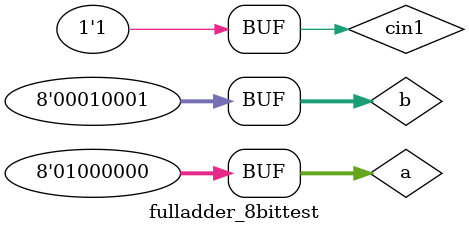
<source format=v>
module fulladder (x,y,cin,c,s);
input x,y,cin;
output c,s;
wire w1,w2,w3;
xor(s,x,y,cin);
and (w1,x,cin);
and (w2,y,cin);
and (w3,x,y);
or (c,w1,w2,w3);
endmodule

module fulladder_8bit(x,y,cin,c,s);
input cin;
input [7:0]x,y;
output c;
output [7:0]s;
wire [6:0]w;
fulladder test0 (.x(x[0]), .y(y[0]), .cin(cin), .c(w[0]), .s(s[0]));
fulladder test1 (.x(x[1]), .y(y[1]), .cin(w[0]), .c(w[1]), .s(s[1]));
fulladder test2 (.x(x[2]), .y(y[2]), .cin(w[1]), .c(w[2]), .s(s[2]));
fulladder test3 (.x(x[3]), .y(y[3]), .cin(w[2]), .c(w[3]), .s(s[3]));
fulladder test4 (.x(x[4]), .y(y[4]), .cin(w[3]), .c(w[4]), .s(s[4]));
fulladder test5 (.x(x[5]), .y(y[5]), .cin(w[4]), .c(w[5]), .s(s[5]));
fulladder test6 (.x(x[6]), .y(y[6]), .cin(w[5]), .c(w[6]), .s(s[6]));
fulladder test7 (.x(x[7]), .y(y[7]), .cin(w[6]), .c(c), .s(s[7]));
endmodule

module fulladder_8bittest;
reg cin1;
reg [7:0]a,b;
wire c1;
wire [7:0]s1;
fulladder_8bit test(.x(a), .y(b), .cin(cin1), .c(c1), .s(s1));
initial begin
$monitor("x=%d , y=%d , cin=%d : c=%d , s=%d",a,b,cin1,c1,s1);
    a = 8'b01101011; b = 8'b01011101; cin1 = 1'b0;
    #10
    a = 8'b10000000; b = 8'b00100001; cin1 = 1'b0;
    #10
    a = 8'b01000000; b = 8'b00010001; cin1 = 1'b1;
    end 
    endmodule

</source>
